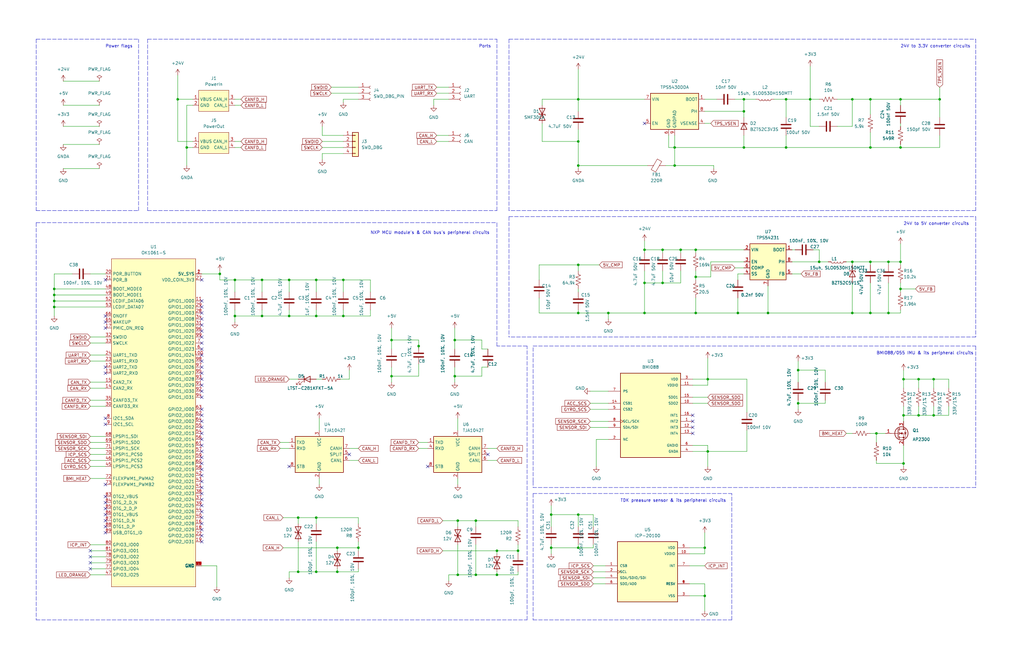
<source format=kicad_sch>
(kicad_sch (version 20211123) (generator eeschema)
  (paper "B")
  (junction (at 133.35 133.35))
  (junction (at 379.73 41.91))
  (junction (at 311.15 132.08))
  (junction (at 78.74 62.23))
  (junction (at 393.7 175.26))
  (junction (at 271.78 105.41))
  (junction (at 367.03 62.23))
  (junction (at 22.86 127))
  (junction (at 200.66 219.71))
  (junction (at 243.84 111.76))
  (junction (at 279.4 105.41))
  (junction (at 243.84 69.85))
  (junction (at 293.37 105.41))
  (junction (at 297.18 231.14))
  (junction (at 133.35 218.44))
  (junction (at 99.06 133.35))
  (junction (at 359.41 132.08))
  (junction (at 200.66 242.57))
  (junction (at 381 175.26))
  (junction (at 313.69 41.91))
  (junction (at 369.57 182.88))
  (junction (at 142.24 241.3))
  (junction (at 396.24 41.91))
  (junction (at 379.73 62.23))
  (junction (at 359.41 41.91))
  (junction (at 284.48 69.85))
  (junction (at 256.54 132.08))
  (junction (at 367.03 41.91))
  (junction (at 121.92 133.35))
  (junction (at 92.71 115.57))
  (junction (at 243.84 41.91))
  (junction (at 232.41 231.14))
  (junction (at 125.73 241.3))
  (junction (at 99.06 118.11))
  (junction (at 387.35 160.02))
  (junction (at 279.4 119.38))
  (junction (at 243.84 231.14))
  (junction (at 379.73 121.92))
  (junction (at 341.63 41.91))
  (junction (at 144.78 118.11))
  (junction (at 165.1 143.51))
  (junction (at 367.03 132.08))
  (junction (at 298.45 190.5))
  (junction (at 271.78 119.38))
  (junction (at 176.53 146.05))
  (junction (at 133.35 241.3))
  (junction (at 151.13 231.14))
  (junction (at 193.04 242.57))
  (junction (at 374.65 110.49))
  (junction (at 298.45 160.02))
  (junction (at 374.65 132.08))
  (junction (at 381 195.58))
  (junction (at 22.86 121.92))
  (junction (at 144.78 133.35))
  (junction (at 359.41 110.49))
  (junction (at 22.86 124.46))
  (junction (at 243.84 132.08))
  (junction (at 191.77 143.51))
  (junction (at 110.49 118.11))
  (junction (at 121.92 118.11))
  (junction (at 284.48 62.23))
  (junction (at 271.78 132.08))
  (junction (at 191.77 158.75))
  (junction (at 336.55 170.18))
  (junction (at 381 160.02))
  (junction (at 387.35 175.26))
  (junction (at 336.55 156.21))
  (junction (at 232.41 217.17))
  (junction (at 313.69 62.23))
  (junction (at 22.86 129.54))
  (junction (at 243.84 217.17))
  (junction (at 293.37 116.84))
  (junction (at 218.44 232.41))
  (junction (at 331.47 62.23))
  (junction (at 331.47 41.91))
  (junction (at 142.24 231.14))
  (junction (at 313.69 46.99))
  (junction (at 287.02 105.41))
  (junction (at 293.37 132.08))
  (junction (at 110.49 133.35))
  (junction (at 345.44 110.49))
  (junction (at 393.7 160.02))
  (junction (at 243.84 59.69))
  (junction (at 125.73 218.44))
  (junction (at 165.1 158.75))
  (junction (at 209.55 232.41))
  (junction (at 74.93 41.91))
  (junction (at 209.55 242.57))
  (junction (at 193.04 219.71))
  (junction (at 367.03 110.49))
  (junction (at 297.18 251.46))
  (junction (at 133.35 118.11))
  (junction (at 379.73 110.49))
  (junction (at 323.85 132.08))
  (no_connect (at 85.09 177.8))
  (no_connect (at 85.09 142.24))
  (no_connect (at 180.34 196.85))
  (no_connect (at 121.92 196.85))
  (no_connect (at 85.09 157.48))
  (no_connect (at 85.09 129.54))
  (no_connect (at 85.09 218.44))
  (no_connect (at 85.09 144.78))
  (no_connect (at 85.09 215.9))
  (no_connect (at 85.09 139.7))
  (no_connect (at 85.09 203.2))
  (no_connect (at 205.74 191.77))
  (no_connect (at 147.32 191.77))
  (no_connect (at 44.45 212.09))
  (no_connect (at 44.45 214.63))
  (no_connect (at 44.45 209.55))
  (no_connect (at 44.45 224.79))
  (no_connect (at 44.45 219.71))
  (no_connect (at 44.45 217.17))
  (no_connect (at 44.45 222.25))
  (no_connect (at 44.45 179.07))
  (no_connect (at 44.45 176.53))
  (no_connect (at 44.45 154.94))
  (no_connect (at 44.45 157.48))
  (no_connect (at 85.09 172.72))
  (no_connect (at 85.09 132.08))
  (no_connect (at 85.09 154.94))
  (no_connect (at 85.09 182.88))
  (no_connect (at 85.09 213.36))
  (no_connect (at 85.09 208.28))
  (no_connect (at 85.09 193.04))
  (no_connect (at 85.09 160.02))
  (no_connect (at 85.09 185.42))
  (no_connect (at 85.09 175.26))
  (no_connect (at 85.09 149.86))
  (no_connect (at 85.09 226.06))
  (no_connect (at 85.09 167.64))
  (no_connect (at 85.09 152.4))
  (no_connect (at 85.09 118.11))
  (no_connect (at 85.09 220.98))
  (no_connect (at 85.09 134.62))
  (no_connect (at 85.09 223.52))
  (no_connect (at 85.09 200.66))
  (no_connect (at 85.09 187.96))
  (no_connect (at 85.09 228.6))
  (no_connect (at 44.45 204.47))
  (no_connect (at 85.09 180.34))
  (no_connect (at 85.09 198.12))
  (no_connect (at 44.45 133.35))
  (no_connect (at 44.45 138.43))
  (no_connect (at 44.45 135.89))
  (no_connect (at 44.45 118.11))
  (no_connect (at 85.09 195.58))
  (no_connect (at 85.09 210.82))
  (no_connect (at 85.09 165.1))
  (no_connect (at 85.09 147.32))
  (no_connect (at 85.09 190.5))
  (no_connect (at 85.09 137.16))
  (no_connect (at 85.09 205.74))
  (no_connect (at 38.1 232.41))
  (no_connect (at 38.1 234.95))
  (no_connect (at 38.1 237.49))
  (no_connect (at 38.1 240.03))
  (no_connect (at 85.09 162.56))
  (no_connect (at 292.1 175.26))
  (no_connect (at 292.1 177.8))
  (no_connect (at 292.1 180.34))
  (no_connect (at 292.1 182.88))
  (no_connect (at 85.09 127))
  (no_connect (at 271.78 52.07))
  (wire (pts (xy 297.18 46.99) (xy 313.69 46.99)))
  (polyline (pts (xy 411.48 146.05) (xy 411.48 205.74)))
  (wire (pts (xy 311.15 115.57) (xy 311.15 118.11)))
  (wire (pts (xy 144.78 41.91) (xy 144.78 43.18)))
  (wire (pts (xy 243.84 69.85) (xy 273.05 69.85)))
  (wire (pts (xy 314.96 181.61) (xy 314.96 190.5)))
  (polyline (pts (xy 62.23 16.51) (xy 62.23 88.9)))
  (wire (pts (xy 336.55 156.21) (xy 336.55 161.29)))
  (wire (pts (xy 26.67 53.34) (xy 41.91 53.34)))
  (wire (pts (xy 381 175.26) (xy 381 177.8)))
  (wire (pts (xy 134.62 201.93) (xy 134.62 204.47)))
  (wire (pts (xy 139.7 36.83) (xy 151.13 36.83)))
  (wire (pts (xy 393.7 160.02) (xy 400.05 160.02)))
  (wire (pts (xy 374.65 110.49) (xy 374.65 111.76)))
  (wire (pts (xy 209.55 232.41) (xy 209.55 233.68)))
  (wire (pts (xy 250.19 217.17) (xy 250.19 222.25)))
  (wire (pts (xy 367.03 132.08) (xy 367.03 119.38)))
  (wire (pts (xy 26.67 44.45) (xy 41.91 44.45)))
  (wire (pts (xy 359.41 41.91) (xy 353.06 41.91)))
  (wire (pts (xy 326.39 41.91) (xy 331.47 41.91)))
  (wire (pts (xy 142.24 241.3) (xy 133.35 241.3)))
  (wire (pts (xy 298.45 151.13) (xy 298.45 160.02)))
  (wire (pts (xy 345.44 53.34) (xy 341.63 53.34)))
  (wire (pts (xy 251.46 185.42) (xy 251.46 196.85)))
  (wire (pts (xy 311.15 132.08) (xy 323.85 132.08)))
  (wire (pts (xy 341.63 53.34) (xy 341.63 41.91)))
  (wire (pts (xy 396.24 57.15) (xy 396.24 62.23)))
  (wire (pts (xy 293.37 105.41) (xy 287.02 105.41)))
  (wire (pts (xy 184.15 59.69) (xy 189.23 59.69)))
  (wire (pts (xy 379.73 132.08) (xy 374.65 132.08)))
  (wire (pts (xy 38.1 196.85) (xy 44.45 196.85)))
  (wire (pts (xy 78.74 62.23) (xy 78.74 44.45)))
  (wire (pts (xy 336.55 168.91) (xy 336.55 170.18)))
  (wire (pts (xy 22.86 127) (xy 22.86 129.54)))
  (wire (pts (xy 347.98 168.91) (xy 347.98 170.18)))
  (polyline (pts (xy 222.25 146.05) (xy 209.55 146.05)))
  (polyline (pts (xy 411.48 16.51) (xy 411.48 88.9)))
  (wire (pts (xy 184.15 39.37) (xy 189.23 39.37)))
  (wire (pts (xy 250.19 246.38) (xy 255.27 246.38)))
  (wire (pts (xy 256.54 132.08) (xy 256.54 134.62)))
  (wire (pts (xy 176.53 186.69) (xy 180.34 186.69)))
  (wire (pts (xy 313.69 115.57) (xy 311.15 115.57)))
  (wire (pts (xy 243.84 130.81) (xy 243.84 132.08)))
  (wire (pts (xy 367.03 55.88) (xy 367.03 62.23)))
  (wire (pts (xy 133.35 218.44) (xy 151.13 218.44)))
  (polyline (pts (xy 214.63 16.51) (xy 214.63 88.9)))
  (wire (pts (xy 367.03 62.23) (xy 379.73 62.23)))
  (wire (pts (xy 341.63 41.91) (xy 345.44 41.91)))
  (wire (pts (xy 379.73 121.92) (xy 386.08 121.92)))
  (wire (pts (xy 218.44 232.41) (xy 209.55 232.41)))
  (wire (pts (xy 243.84 59.69) (xy 243.84 69.85)))
  (wire (pts (xy 38.1 142.24) (xy 44.45 142.24)))
  (wire (pts (xy 193.04 222.25) (xy 193.04 219.71)))
  (wire (pts (xy 22.86 129.54) (xy 22.86 133.35)))
  (wire (pts (xy 396.24 41.91) (xy 396.24 49.53)))
  (wire (pts (xy 243.84 29.21) (xy 243.84 41.91)))
  (wire (pts (xy 243.84 217.17) (xy 243.84 222.25)))
  (wire (pts (xy 38.1 161.29) (xy 44.45 161.29)))
  (wire (pts (xy 191.77 143.51) (xy 191.77 147.32)))
  (wire (pts (xy 379.73 110.49) (xy 379.73 111.76)))
  (wire (pts (xy 369.57 194.31) (xy 369.57 195.58)))
  (wire (pts (xy 91.44 238.76) (xy 85.09 238.76)))
  (wire (pts (xy 189.23 242.57) (xy 189.23 245.11)))
  (wire (pts (xy 281.94 62.23) (xy 284.48 62.23)))
  (wire (pts (xy 121.92 118.11) (xy 133.35 118.11)))
  (wire (pts (xy 243.84 111.76) (xy 227.33 111.76)))
  (wire (pts (xy 387.35 171.45) (xy 387.35 175.26)))
  (wire (pts (xy 151.13 228.6) (xy 151.13 231.14)))
  (wire (pts (xy 38.1 240.03) (xy 44.45 240.03)))
  (wire (pts (xy 381 171.45) (xy 381 175.26)))
  (wire (pts (xy 297.18 251.46) (xy 297.18 257.81)))
  (wire (pts (xy 191.77 138.43) (xy 191.77 143.51)))
  (wire (pts (xy 298.45 162.56) (xy 298.45 160.02)))
  (wire (pts (xy 147.32 194.31) (xy 151.13 194.31)))
  (wire (pts (xy 38.1 229.87) (xy 44.45 229.87)))
  (wire (pts (xy 38.1 149.86) (xy 44.45 149.86)))
  (wire (pts (xy 313.69 110.49) (xy 299.72 110.49)))
  (wire (pts (xy 125.73 218.44) (xy 133.35 218.44)))
  (wire (pts (xy 38.1 191.77) (xy 44.45 191.77)))
  (wire (pts (xy 369.57 182.88) (xy 369.57 186.69)))
  (wire (pts (xy 243.84 41.91) (xy 228.6 41.91)))
  (wire (pts (xy 336.55 152.4) (xy 336.55 156.21)))
  (wire (pts (xy 78.74 62.23) (xy 78.74 69.85)))
  (wire (pts (xy 38.1 171.45) (xy 44.45 171.45)))
  (wire (pts (xy 144.78 64.77) (xy 135.89 64.77)))
  (wire (pts (xy 400.05 171.45) (xy 400.05 175.26)))
  (wire (pts (xy 323.85 132.08) (xy 359.41 132.08)))
  (wire (pts (xy 311.15 132.08) (xy 293.37 132.08)))
  (wire (pts (xy 144.78 118.11) (xy 156.21 118.11)))
  (wire (pts (xy 248.92 170.18) (xy 256.54 170.18)))
  (wire (pts (xy 292.1 162.56) (xy 298.45 162.56)))
  (wire (pts (xy 298.45 160.02) (xy 292.1 160.02)))
  (wire (pts (xy 156.21 118.11) (xy 156.21 123.19)))
  (wire (pts (xy 293.37 116.84) (xy 293.37 118.11)))
  (wire (pts (xy 38.1 115.57) (xy 44.45 115.57)))
  (wire (pts (xy 379.73 41.91) (xy 367.03 41.91)))
  (wire (pts (xy 252.73 111.76) (xy 243.84 111.76)))
  (wire (pts (xy 118.11 189.23) (xy 121.92 189.23)))
  (wire (pts (xy 271.78 106.68) (xy 271.78 105.41)))
  (wire (pts (xy 110.49 133.35) (xy 121.92 133.35)))
  (polyline (pts (xy 15.24 93.98) (xy 209.55 93.98)))
  (wire (pts (xy 92.71 118.11) (xy 99.06 118.11)))
  (wire (pts (xy 92.71 114.3) (xy 92.71 115.57)))
  (polyline (pts (xy 58.42 88.9) (xy 58.42 16.51)))
  (wire (pts (xy 298.45 187.96) (xy 298.45 190.5)))
  (wire (pts (xy 323.85 120.65) (xy 323.85 132.08)))
  (wire (pts (xy 144.78 133.35) (xy 156.21 133.35)))
  (wire (pts (xy 297.18 224.79) (xy 297.18 231.14)))
  (wire (pts (xy 336.55 170.18) (xy 336.55 172.72)))
  (wire (pts (xy 110.49 118.11) (xy 121.92 118.11)))
  (wire (pts (xy 250.19 238.76) (xy 255.27 238.76)))
  (wire (pts (xy 38.1 242.57) (xy 44.45 242.57)))
  (wire (pts (xy 121.92 118.11) (xy 121.92 123.19)))
  (polyline (pts (xy 15.24 16.51) (xy 58.42 16.51)))
  (wire (pts (xy 284.48 69.85) (xy 300.99 69.85)))
  (wire (pts (xy 381 195.58) (xy 381 196.85)))
  (wire (pts (xy 156.21 133.35) (xy 156.21 130.81)))
  (wire (pts (xy 331.47 62.23) (xy 367.03 62.23)))
  (wire (pts (xy 209.55 241.3) (xy 209.55 242.57)))
  (wire (pts (xy 299.72 116.84) (xy 293.37 116.84)))
  (wire (pts (xy 313.69 41.91) (xy 318.77 41.91)))
  (wire (pts (xy 74.93 31.75) (xy 74.93 41.91)))
  (wire (pts (xy 342.9 105.41) (xy 345.44 105.41)))
  (wire (pts (xy 176.53 143.51) (xy 165.1 143.51)))
  (wire (pts (xy 91.44 247.65) (xy 91.44 238.76)))
  (wire (pts (xy 287.02 114.3) (xy 287.02 119.38)))
  (wire (pts (xy 379.73 130.81) (xy 379.73 132.08)))
  (wire (pts (xy 356.87 182.88) (xy 359.41 182.88)))
  (wire (pts (xy 400.05 175.26) (xy 393.7 175.26)))
  (wire (pts (xy 379.73 52.07) (xy 379.73 53.34)))
  (wire (pts (xy 119.38 231.14) (xy 142.24 231.14)))
  (wire (pts (xy 367.03 41.91) (xy 359.41 41.91)))
  (wire (pts (xy 309.88 113.03) (xy 313.69 113.03)))
  (wire (pts (xy 203.2 147.32) (xy 205.74 147.32)))
  (wire (pts (xy 347.98 156.21) (xy 347.98 161.29)))
  (wire (pts (xy 200.66 242.57) (xy 193.04 242.57)))
  (wire (pts (xy 367.03 182.88) (xy 369.57 182.88)))
  (wire (pts (xy 200.66 229.87) (xy 200.66 242.57)))
  (wire (pts (xy 165.1 138.43) (xy 165.1 143.51)))
  (wire (pts (xy 99.06 130.81) (xy 99.06 133.35)))
  (wire (pts (xy 287.02 105.41) (xy 287.02 106.68)))
  (polyline (pts (xy 411.48 205.74) (xy 224.79 205.74)))
  (wire (pts (xy 99.06 44.45) (xy 101.6 44.45)))
  (wire (pts (xy 369.57 182.88) (xy 373.38 182.88)))
  (polyline (pts (xy 15.24 261.62) (xy 222.25 261.62)))
  (wire (pts (xy 393.7 171.45) (xy 393.7 175.26)))
  (wire (pts (xy 243.84 121.92) (xy 243.84 123.19)))
  (wire (pts (xy 193.04 176.53) (xy 193.04 181.61)))
  (wire (pts (xy 184.15 57.15) (xy 189.23 57.15)))
  (wire (pts (xy 144.78 133.35) (xy 144.78 130.81)))
  (wire (pts (xy 147.32 156.21) (xy 147.32 160.02)))
  (wire (pts (xy 38.1 237.49) (xy 44.45 237.49)))
  (wire (pts (xy 134.62 176.53) (xy 134.62 181.61)))
  (wire (pts (xy 359.41 132.08) (xy 367.03 132.08)))
  (wire (pts (xy 38.1 201.93) (xy 44.45 201.93)))
  (wire (pts (xy 218.44 232.41) (xy 218.44 233.68)))
  (wire (pts (xy 228.6 52.07) (xy 228.6 59.69)))
  (polyline (pts (xy 222.25 261.62) (xy 222.25 146.05)))
  (wire (pts (xy 218.44 219.71) (xy 218.44 222.25)))
  (wire (pts (xy 133.35 218.44) (xy 133.35 220.98)))
  (wire (pts (xy 193.04 229.87) (xy 193.04 242.57)))
  (polyline (pts (xy 209.55 88.9) (xy 209.55 16.51)))
  (wire (pts (xy 293.37 132.08) (xy 271.78 132.08)))
  (wire (pts (xy 374.65 132.08) (xy 367.03 132.08)))
  (wire (pts (xy 284.48 62.23) (xy 284.48 69.85)))
  (wire (pts (xy 74.93 41.91) (xy 74.93 59.69)))
  (wire (pts (xy 290.83 246.38) (xy 297.18 246.38)))
  (wire (pts (xy 287.02 119.38) (xy 279.4 119.38)))
  (wire (pts (xy 313.69 105.41) (xy 293.37 105.41)))
  (wire (pts (xy 74.93 59.69) (xy 81.28 59.69)))
  (wire (pts (xy 133.35 228.6) (xy 133.35 241.3)))
  (wire (pts (xy 125.73 241.3) (xy 121.92 241.3)))
  (wire (pts (xy 99.06 62.23) (xy 101.6 62.23)))
  (wire (pts (xy 379.73 41.91) (xy 379.73 44.45)))
  (wire (pts (xy 379.73 121.92) (xy 379.73 123.19)))
  (wire (pts (xy 38.1 168.91) (xy 44.45 168.91)))
  (wire (pts (xy 367.03 110.49) (xy 367.03 111.76)))
  (wire (pts (xy 99.06 133.35) (xy 110.49 133.35)))
  (wire (pts (xy 292.1 170.18) (xy 298.45 170.18)))
  (wire (pts (xy 336.55 156.21) (xy 347.98 156.21)))
  (wire (pts (xy 205.74 189.23) (xy 209.55 189.23)))
  (wire (pts (xy 78.74 62.23) (xy 81.28 62.23)))
  (wire (pts (xy 248.92 177.8) (xy 256.54 177.8)))
  (wire (pts (xy 165.1 154.94) (xy 165.1 158.75)))
  (wire (pts (xy 271.78 119.38) (xy 271.78 132.08)))
  (wire (pts (xy 300.99 69.85) (xy 300.99 71.12)))
  (wire (pts (xy 313.69 46.99) (xy 313.69 49.53)))
  (wire (pts (xy 359.41 53.34) (xy 359.41 41.91)))
  (wire (pts (xy 121.92 133.35) (xy 121.92 130.81)))
  (wire (pts (xy 299.72 110.49) (xy 299.72 116.84)))
  (wire (pts (xy 99.06 118.11) (xy 110.49 118.11)))
  (wire (pts (xy 374.65 119.38) (xy 374.65 132.08)))
  (wire (pts (xy 250.19 231.14) (xy 243.84 231.14)))
  (wire (pts (xy 74.93 41.91) (xy 81.28 41.91)))
  (wire (pts (xy 379.73 62.23) (xy 396.24 62.23)))
  (polyline (pts (xy 15.24 93.98) (xy 15.24 261.62)))
  (wire (pts (xy 248.92 172.72) (xy 256.54 172.72)))
  (wire (pts (xy 341.63 27.94) (xy 341.63 41.91)))
  (wire (pts (xy 279.4 114.3) (xy 279.4 119.38)))
  (wire (pts (xy 396.24 41.91) (xy 396.24 36.83)))
  (wire (pts (xy 121.92 160.02) (xy 125.73 160.02)))
  (wire (pts (xy 193.04 219.71) (xy 186.69 219.71)))
  (wire (pts (xy 271.78 132.08) (xy 256.54 132.08)))
  (wire (pts (xy 334.01 110.49) (xy 345.44 110.49)))
  (wire (pts (xy 374.65 110.49) (xy 379.73 110.49)))
  (wire (pts (xy 165.1 143.51) (xy 165.1 147.32)))
  (wire (pts (xy 135.89 59.69) (xy 144.78 59.69)))
  (wire (pts (xy 393.7 160.02) (xy 387.35 160.02)))
  (wire (pts (xy 209.55 242.57) (xy 200.66 242.57)))
  (wire (pts (xy 290.83 251.46) (xy 297.18 251.46)))
  (wire (pts (xy 191.77 154.94) (xy 191.77 158.75)))
  (wire (pts (xy 22.86 121.92) (xy 22.86 124.46)))
  (wire (pts (xy 243.84 46.99) (xy 243.84 41.91)))
  (wire (pts (xy 99.06 59.69) (xy 101.6 59.69)))
  (wire (pts (xy 209.55 242.57) (xy 218.44 242.57)))
  (wire (pts (xy 381 156.21) (xy 381 160.02)))
  (wire (pts (xy 243.84 69.85) (xy 243.84 71.12)))
  (wire (pts (xy 22.86 121.92) (xy 44.45 121.92)))
  (wire (pts (xy 293.37 114.3) (xy 293.37 116.84)))
  (wire (pts (xy 22.86 115.57) (xy 30.48 115.57)))
  (wire (pts (xy 359.41 110.49) (xy 367.03 110.49)))
  (wire (pts (xy 135.89 57.15) (xy 135.89 53.34)))
  (polyline (pts (xy 209.55 146.05) (xy 209.55 93.98)))
  (wire (pts (xy 293.37 105.41) (xy 293.37 106.68)))
  (wire (pts (xy 271.78 105.41) (xy 279.4 105.41)))
  (wire (pts (xy 284.48 62.23) (xy 313.69 62.23)))
  (wire (pts (xy 22.86 124.46) (xy 44.45 124.46)))
  (wire (pts (xy 379.73 102.87) (xy 379.73 110.49)))
  (wire (pts (xy 38.1 186.69) (xy 44.45 186.69)))
  (wire (pts (xy 218.44 229.87) (xy 218.44 232.41)))
  (wire (pts (xy 353.06 53.34) (xy 359.41 53.34)))
  (wire (pts (xy 400.05 160.02) (xy 400.05 163.83)))
  (wire (pts (xy 176.53 189.23) (xy 180.34 189.23)))
  (wire (pts (xy 26.67 60.96) (xy 41.91 60.96)))
  (polyline (pts (xy 224.79 203.2) (xy 224.79 146.05)))
  (wire (pts (xy 271.78 101.6) (xy 271.78 105.41)))
  (wire (pts (xy 22.86 127) (xy 44.45 127)))
  (wire (pts (xy 379.73 60.96) (xy 379.73 62.23)))
  (wire (pts (xy 203.2 143.51) (xy 191.77 143.51)))
  (wire (pts (xy 367.03 41.91) (xy 367.03 48.26)))
  (wire (pts (xy 135.89 62.23) (xy 144.78 62.23)))
  (wire (pts (xy 133.35 133.35) (xy 133.35 130.81)))
  (wire (pts (xy 125.73 228.6) (xy 125.73 241.3)))
  (wire (pts (xy 99.06 133.35) (xy 99.06 135.89)))
  (wire (pts (xy 200.66 219.71) (xy 200.66 222.25)))
  (wire (pts (xy 292.1 190.5) (xy 298.45 190.5)))
  (wire (pts (xy 281.94 57.15) (xy 281.94 62.23)))
  (wire (pts (xy 144.78 57.15) (xy 135.89 57.15)))
  (wire (pts (xy 290.83 233.68) (xy 297.18 233.68)))
  (wire (pts (xy 314.96 160.02) (xy 314.96 173.99)))
  (wire (pts (xy 356.87 110.49) (xy 359.41 110.49)))
  (wire (pts (xy 203.2 158.75) (xy 191.77 158.75)))
  (polyline (pts (xy 411.48 88.9) (xy 214.63 88.9)))
  (wire (pts (xy 381 160.02) (xy 381 163.83)))
  (wire (pts (xy 135.89 64.77) (xy 135.89 67.31)))
  (wire (pts (xy 345.44 110.49) (xy 349.25 110.49)))
  (polyline (pts (xy 15.24 88.9) (xy 58.42 88.9)))
  (polyline (pts (xy 308.61 261.62) (xy 308.61 208.28)))
  (wire (pts (xy 243.84 217.17) (xy 250.19 217.17)))
  (wire (pts (xy 248.92 165.1) (xy 256.54 165.1)))
  (wire (pts (xy 292.1 167.64) (xy 298.45 167.64)))
  (wire (pts (xy 142.24 231.14) (xy 142.24 232.41)))
  (wire (pts (xy 151.13 240.03) (xy 151.13 241.3)))
  (wire (pts (xy 203.2 154.94) (xy 205.74 154.94)))
  (wire (pts (xy 38.1 163.83) (xy 44.45 163.83)))
  (polyline (pts (xy 214.63 91.44) (xy 411.48 91.44)))
  (polyline (pts (xy 411.48 91.44) (xy 411.48 142.24)))
  (polyline (pts (xy 224.79 203.2) (xy 224.79 205.74)))
  (wire (pts (xy 151.13 231.14) (xy 151.13 232.41)))
  (wire (pts (xy 243.84 231.14) (xy 232.41 231.14)))
  (wire (pts (xy 331.47 62.23) (xy 313.69 62.23)))
  (wire (pts (xy 250.19 243.84) (xy 255.27 243.84)))
  (polyline (pts (xy 411.48 142.24) (xy 214.63 142.24)))
  (wire (pts (xy 38.1 184.15) (xy 44.45 184.15)))
  (wire (pts (xy 379.73 119.38) (xy 379.73 121.92)))
  (wire (pts (xy 232.41 217.17) (xy 243.84 217.17)))
  (polyline (pts (xy 224.79 208.28) (xy 224.79 261.62)))
  (wire (pts (xy 334.01 105.41) (xy 335.28 105.41)))
  (wire (pts (xy 381 175.26) (xy 387.35 175.26)))
  (wire (pts (xy 176.53 147.32) (xy 176.53 146.05)))
  (wire (pts (xy 133.35 118.11) (xy 144.78 118.11)))
  (wire (pts (xy 313.69 46.99) (xy 313.69 41.91)))
  (wire (pts (xy 176.53 153.67) (xy 176.53 158.75)))
  (wire (pts (xy 243.84 132.08) (xy 256.54 132.08)))
  (polyline (pts (xy 224.79 261.62) (xy 308.61 261.62)))
  (wire (pts (xy 298.45 190.5) (xy 298.45 196.85)))
  (wire (pts (xy 191.77 158.75) (xy 191.77 161.29)))
  (wire (pts (xy 243.84 132.08) (xy 227.33 132.08)))
  (wire (pts (xy 110.49 118.11) (xy 110.49 123.19)))
  (wire (pts (xy 334.01 115.57) (xy 337.82 115.57)))
  (wire (pts (xy 200.66 219.71) (xy 218.44 219.71)))
  (wire (pts (xy 367.03 110.49) (xy 374.65 110.49)))
  (wire (pts (xy 387.35 160.02) (xy 381 160.02)))
  (wire (pts (xy 311.15 125.73) (xy 311.15 132.08)))
  (wire (pts (xy 309.88 41.91) (xy 313.69 41.91)))
  (polyline (pts (xy 224.79 208.28) (xy 308.61 208.28)))
  (wire (pts (xy 248.92 180.34) (xy 256.54 180.34)))
  (wire (pts (xy 186.69 232.41) (xy 209.55 232.41)))
  (wire (pts (xy 331.47 41.91) (xy 331.47 49.53)))
  (wire (pts (xy 38.1 152.4) (xy 44.45 152.4)))
  (wire (pts (xy 279.4 106.68) (xy 279.4 105.41)))
  (wire (pts (xy 193.04 242.57) (xy 189.23 242.57)))
  (wire (pts (xy 243.84 54.61) (xy 243.84 59.69)))
  (wire (pts (xy 381 187.96) (xy 381 195.58)))
  (wire (pts (xy 393.7 163.83) (xy 393.7 160.02)))
  (wire (pts (xy 345.44 105.41) (xy 345.44 110.49)))
  (wire (pts (xy 243.84 229.87) (xy 243.84 231.14)))
  (wire (pts (xy 85.09 115.57) (xy 92.71 115.57)))
  (wire (pts (xy 290.83 238.76) (xy 297.18 238.76)))
  (wire (pts (xy 133.35 160.02) (xy 135.89 160.02)))
  (wire (pts (xy 38.1 194.31) (xy 44.45 194.31)))
  (wire (pts (xy 182.88 41.91) (xy 182.88 44.45)))
  (wire (pts (xy 232.41 217.17) (xy 232.41 222.25)))
  (wire (pts (xy 38.1 144.78) (xy 44.45 144.78)))
  (wire (pts (xy 297.18 233.68) (xy 297.18 231.14)))
  (wire (pts (xy 133.35 241.3) (xy 125.73 241.3)))
  (wire (pts (xy 38.1 232.41) (xy 44.45 232.41)))
  (wire (pts (xy 297.18 246.38) (xy 297.18 251.46)))
  (wire (pts (xy 298.45 160.02) (xy 314.96 160.02)))
  (wire (pts (xy 297.18 41.91) (xy 302.26 41.91)))
  (wire (pts (xy 359.41 110.49) (xy 359.41 111.76)))
  (wire (pts (xy 118.11 186.69) (xy 121.92 186.69)))
  (wire (pts (xy 125.73 218.44) (xy 119.38 218.44)))
  (wire (pts (xy 393.7 175.26) (xy 387.35 175.26)))
  (wire (pts (xy 133.35 133.35) (xy 144.78 133.35)))
  (wire (pts (xy 176.53 146.05) (xy 176.53 143.51)))
  (wire (pts (xy 142.24 241.3) (xy 151.13 241.3)))
  (wire (pts (xy 121.92 241.3) (xy 121.92 243.84)))
  (wire (pts (xy 78.74 44.45) (xy 81.28 44.45)))
  (wire (pts (xy 121.92 133.35) (xy 133.35 133.35)))
  (wire (pts (xy 297.18 52.07) (xy 299.72 52.07)))
  (polyline (pts (xy 62.23 88.9) (xy 209.55 88.9)))
  (wire (pts (xy 271.78 114.3) (xy 271.78 119.38)))
  (wire (pts (xy 243.84 41.91) (xy 271.78 41.91)))
  (polyline (pts (xy 214.63 16.51) (xy 411.48 16.51)))
  (wire (pts (xy 26.67 34.29) (xy 41.91 34.29)))
  (wire (pts (xy 284.48 57.15) (xy 284.48 62.23)))
  (wire (pts (xy 22.86 124.46) (xy 22.86 127)))
  (wire (pts (xy 165.1 158.75) (xy 165.1 161.29)))
  (wire (pts (xy 205.74 194.31) (xy 209.55 194.31)))
  (wire (pts (xy 147.32 189.23) (xy 151.13 189.23)))
  (wire (pts (xy 110.49 133.35) (xy 110.49 130.81)))
  (polyline (pts (xy 214.63 91.44) (xy 214.63 142.24)))
  (polyline (pts (xy 15.24 16.51) (xy 15.24 88.9)))
  (wire (pts (xy 193.04 201.93) (xy 193.04 204.47)))
  (wire (pts (xy 139.7 39.37) (xy 151.13 39.37)))
  (polyline (pts (xy 62.23 16.51) (xy 209.55 16.51)))
  (wire (pts (xy 99.06 41.91) (xy 101.6 41.91)))
  (wire (pts (xy 347.98 170.18) (xy 336.55 170.18)))
  (wire (pts (xy 341.63 41.91) (xy 331.47 41.91)))
  (wire (pts (xy 331.47 57.15) (xy 331.47 62.23)))
  (wire (pts (xy 250.19 241.3) (xy 255.27 241.3)))
  (wire (pts (xy 203.2 147.32) (xy 203.2 143.51)))
  (wire (pts (xy 227.33 111.76) (xy 227.33 118.11)))
  (wire (pts (xy 396.24 41.91) (xy 379.73 41.91)))
  (wire (pts (xy 297.18 231.14) (xy 290.83 231.14)))
  (wire (pts (xy 22.86 115.57) (xy 22.86 121.92)))
  (wire (pts (xy 151.13 218.44) (xy 151.13 220.98)))
  (wire (pts (xy 314.96 190.5) (xy 298.45 190.5)))
  (wire (pts (xy 232.41 229.87) (xy 232.41 231.14)))
  (wire (pts (xy 243.84 111.76) (xy 243.84 114.3)))
  (wire (pts (xy 143.51 160.02) (xy 147.32 160.02)))
  (wire (pts (xy 189.23 41.91) (xy 182.88 41.91)))
  (wire (pts (xy 292.1 187.96) (xy 298.45 187.96)))
  (wire (pts (xy 228.6 59.69) (xy 243.84 59.69)))
  (wire (pts (xy 203.2 154.94) (xy 203.2 158.75)))
  (wire (pts (xy 279.4 105.41) (xy 287.02 105.41)))
  (wire (pts (xy 99.06 118.11) (xy 99.06 123.19)))
  (wire (pts (xy 184.15 36.83) (xy 189.23 36.83)))
  (wire (pts (xy 387.35 160.02) (xy 387.35 163.83)))
  (wire (pts (xy 369.57 195.58) (xy 381 195.58)))
  (wire (pts (xy 279.4 119.38) (xy 271.78 119.38)))
  (wire (pts (xy 280.67 69.85) (xy 284.48 69.85)))
  (wire (pts (xy 227.33 125.73) (xy 227.33 132.08)))
  (wire (pts (xy 218.44 241.3) (xy 218.44 242.57)))
  (polyline (pts (xy 224.79 146.05) (xy 411.48 146.05)))
  (wire (pts (xy 38.1 189.23) (xy 44.45 189.23)))
  (wire (pts (xy 176.53 158.75) (xy 165.1 158.75)))
  (wire (pts (xy 359.41 132.08) (xy 359.41 119.38)))
  (wire (pts (xy 293.37 125.73) (xy 293.37 132.08)))
  (wire (pts (xy 38.1 234.95) (xy 44.45 234.95)))
  (wire (pts (xy 92.71 115.57) (xy 92.71 118.11)))
  (wire (pts (xy 151.13 231.14) (xy 142.24 231.14)))
  (wire (pts (xy 232.41 213.36) (xy 232.41 217.17)))
  (wire (pts (xy 151.13 41.91) (xy 144.78 41.91)))
  (wire (pts (xy 133.35 118.11) (xy 133.35 123.19)))
  (wire (pts (xy 256.54 185.42) (xy 251.46 185.42)))
  (wire (pts (xy 313.69 57.15) (xy 313.69 62.23)))
  (wire (pts (xy 193.04 219.71) (xy 200.66 219.71)))
  (wire (pts (xy 250.19 229.87) (xy 250.19 231.14)))
  (wire (pts (xy 144.78 118.11) (xy 144.78 123.19)))
  (wire (pts (xy 232.41 231.14) (xy 232.41 233.68)))
  (wire (pts (xy 125.73 220.98) (xy 125.73 218.44)))
  (wire (pts (xy 22.86 129.54) (xy 44.45 129.54)))
  (wire (pts (xy 228.6 41.91) (xy 228.6 44.45)))
  (wire (pts (xy 26.67 71.12) (xy 41.91 71.12)))
  (wire (pts (xy 142.24 240.03) (xy 142.24 241.3)))
  (text "BMI088/055 IMU & its peripheral circuits" (at 369.57 149.86 0) (effects (font (size 1.27 1.27)) (justify left bottom)))
  (text "TDK preasure sensor & its peripheral circuits" (at 261.62 212.09 0) (effects (font (size 1.27 1.27)) (justify left bottom)))
  (text "Ports\n" (at 201.93 20.32 0) (effects (font (size 1.27 1.27)) (justify left bottom)))
  (text "24V to 5V converter circuits\n" (at 381 95.25 0) (effects (font (size 1.27 1.27)) (justify left bottom)))
  (text "NXP MCU module's & CAN bus's peripheral circuits" (at 156.21 99.06 0) (effects (font (size 1.27 1.27)) (justify left bottom)))
  (text "Power flags\n" (at 44.45 20.32 0) (effects (font (size 1.27 1.27)) (justify left bottom)))
  (text "24V to 3.3V converter circuits\n" (at 379.73 20.32 0) (effects (font (size 1.27 1.27)) (justify left bottom)))
  (global_label "CANFD_H" (shape input) (at 209.55 189.23 0) (property "Intersheet References" "${INTERSHEET_REFS}" (effects hide)))
  (global_label "BMI_HEAT" (shape input) (at 356.87 182.88 180) (property "Intersheet References" "${INTERSHEET_REFS}" (effects hide)))
  (global_label "SENSOR_SDI" (shape input) (at 38.1 184.15 180) (property "Intersheet References" "${INTERSHEET_REFS}" (effects hide)))
  (global_label "CAN_TX" (shape input) (at 38.1 161.29 180) (property "Intersheet References" "${INTERSHEET_REFS}" (effects hide)))
  (global_label "SENSOR_SDI" (shape input) (at 250.19 243.84 180) (property "Intersheet References" "${INTERSHEET_REFS}" (effects hide)))
  (global_label "ICP_SCS" (shape input) (at 38.1 191.77 180) (property "Intersheet References" "${INTERSHEET_REFS}" (effects hide)))
  (global_label "TPS_VSEN" (shape input) (at 299.72 52.07 0) (property "Intersheet References" "${INTERSHEET_REFS}" (effects hide)))
  (global_label "ICP_SCS" (shape input) (at 250.19 238.76 180) (property "Intersheet References" "${INTERSHEET_REFS}" (effects hide)))
  (global_label "CAN_TX" (shape input) (at 118.11 186.69 180) (property "Intersheet References" "${INTERSHEET_REFS}" (effects hide)))
  (global_label "5V_CMP" (shape input) (at 252.73 111.76 0) (property "Intersheet References" "${INTERSHEET_REFS}" (effects hide)))
  (global_label "SWCLK" (shape input) (at 135.89 62.23 180) (property "Intersheet References" "${INTERSHEET_REFS}" (effects hide)))
  (global_label "BMI_HEAT" (shape input) (at 38.1 201.93 180) (property "Intersheet References" "${INTERSHEET_REFS}" (effects hide)))
  (global_label "CANFD_RX" (shape input) (at 176.53 189.23 180) (property "Intersheet References" "${INTERSHEET_REFS}" (effects hide)))
  (global_label "CANFD_RX" (shape input) (at 38.1 171.45 180) (property "Intersheet References" "${INTERSHEET_REFS}" (effects hide)))
  (global_label "SWDIO" (shape input) (at 38.1 142.24 180) (property "Intersheet References" "${INTERSHEET_REFS}" (effects hide)))
  (global_label "SENSOR_SCK" (shape input) (at 38.1 189.23 180) (property "Intersheet References" "${INTERSHEET_REFS}" (effects hide)))
  (global_label "SWDIO" (shape input) (at 139.7 36.83 180) (property "Intersheet References" "${INTERSHEET_REFS}" (effects hide)))
  (global_label "CANFD_L" (shape input) (at 101.6 44.45 0) (property "Intersheet References" "${INTERSHEET_REFS}" (effects hide)))
  (global_label "CAN_L" (shape input) (at 151.13 194.31 0) (property "Intersheet References" "${INTERSHEET_REFS}" (effects hide)))
  (global_label "SWCLK" (shape input) (at 139.7 39.37 180) (property "Intersheet References" "${INTERSHEET_REFS}" (effects hide)))
  (global_label "UART_TX" (shape input) (at 38.1 149.86 180) (property "Intersheet References" "${INTERSHEET_REFS}" (effects hide)))
  (global_label "ACC_SCS" (shape input) (at 38.1 194.31 180) (property "Intersheet References" "${INTERSHEET_REFS}" (effects hide)))
  (global_label "CANFD_TX" (shape input) (at 176.53 186.69 180) (property "Intersheet References" "${INTERSHEET_REFS}" (effects hide)))
  (global_label "SENSOR_SDO" (shape input) (at 38.1 186.69 180) (property "Intersheet References" "${INTERSHEET_REFS}" (effects hide)))
  (global_label "TPS_VSEN" (shape input) (at 396.24 36.83 90) (property "Intersheet References" "${INTERSHEET_REFS}" (effects hide)))
  (global_label "UART_RX" (shape input) (at 38.1 152.4 180) (property "Intersheet References" "${INTERSHEET_REFS}" (effects hide)))
  (global_label "UART_TX" (shape input) (at 184.15 36.83 180) (property "Intersheet References" "${INTERSHEET_REFS}" (effects hide)))
  (global_label "SENSOR_SCK" (shape input) (at 250.19 241.3 180) (property "Intersheet References" "${INTERSHEET_REFS}" (effects hide)))
  (global_label "CAN_RX" (shape input) (at 38.1 163.83 180) (property "Intersheet References" "${INTERSHEET_REFS}" (effects hide)))
  (global_label "CANFD_L" (shape input) (at 101.6 62.23 0) (property "Intersheet References" "${INTERSHEET_REFS}" (effects hide)))
  (global_label "SWCLK" (shape input) (at 38.1 144.78 180) (property "Intersheet References" "${INTERSHEET_REFS}" (effects hide)))
  (global_label "CANFD_H" (shape input) (at 101.6 59.69 0) (property "Intersheet References" "${INTERSHEET_REFS}" (effects hide)))
  (global_label "SENSOR_SDO" (shape input) (at 298.45 167.64 0) (property "Intersheet References" "${INTERSHEET_REFS}" (effects hide)))
  (global_label "SENSOR_SDO" (shape input) (at 298.45 170.18 0) (property "Intersheet References" "${INTERSHEET_REFS}" (effects hide)))
  (global_label "ICP_INT" (shape input) (at 38.1 229.87 180) (property "Intersheet References" "${INTERSHEET_REFS}" (effects hide)))
  (global_label "CANFD_TX" (shape input) (at 38.1 168.91 180) (property "Intersheet References" "${INTERSHEET_REFS}" (effects hide)))
  (global_label "ACC_SCS" (shape input) (at 248.92 170.18 180) (property "Intersheet References" "${INTERSHEET_REFS}" (effects hide)))
  (global_label "GYRO_SCS" (shape input) (at 38.1 196.85 180) (property "Intersheet References" "${INTERSHEET_REFS}" (effects hide)))
  (global_label "CANFD_L" (shape input) (at 186.69 219.71 180) (property "Intersheet References" "${INTERSHEET_REFS}" (effects hide)))
  (global_label "CANFD_H" (shape input) (at 101.6 41.91 0) (property "Intersheet References" "${INTERSHEET_REFS}" (effects hide)))
  (global_label "CAN_H" (shape input) (at 184.15 57.15 180) (property "Intersheet References" "${INTERSHEET_REFS}" (effects hide)))
  (global_label "CAN_L" (shape input) (at 184.15 59.69 180) (property "Intersheet References" "${INTERSHEET_REFS}" (effects hide)))
  (global_label "SWDIO" (shape input) (at 135.89 59.69 180) (property "Intersheet References" "${INTERSHEET_REFS}" (effects hide)))
  (global_label "LED_ORANGE" (shape input) (at 121.92 160.02 180) (property "Intersheet References" "${INTERSHEET_REFS}" (effects hide)))
  (global_label "5V_FB" (shape input) (at 337.82 115.57 0) (property "Intersheet References" "${INTERSHEET_REFS}" (effects hide)))
  (global_label "CAN_H" (shape input) (at 151.13 189.23 0) (property "Intersheet References" "${INTERSHEET_REFS}" (effects hide)))
  (global_label "5V_CMP" (shape input) (at 309.88 113.03 180) (property "Intersheet References" "${INTERSHEET_REFS}" (effects hide)))
  (global_label "CAN_H" (shape input) (at 119.38 231.14 180) (property "Intersheet References" "${INTERSHEET_REFS}" (effects hide)))
  (global_label "SENSOR_SDO" (shape input) (at 250.19 246.38 180) (property "Intersheet References" "${INTERSHEET_REFS}" (effects hide)))
  (global_label "CANFD_L" (shape input) (at 209.55 194.31 0) (property "Intersheet References" "${INTERSHEET_REFS}" (effects hide)))
  (global_label "CAN_RX" (shape input) (at 118.11 189.23 180) (property "Intersheet References" "${INTERSHEET_REFS}" (effects hide)))
  (global_label "CAN_L" (shape input) (at 119.38 218.44 180) (property "Intersheet References" "${INTERSHEET_REFS}" (effects hide)))
  (global_label "GYRO_SCS" (shape input) (at 248.92 172.72 180) (property "Intersheet References" "${INTERSHEET_REFS}" (effects hide)))
  (global_label "SENSOR_SDI" (shape input) (at 248.92 180.34 180) (property "Intersheet References" "${INTERSHEET_REFS}" (effects hide)))
  (global_label "UART_RX" (shape input) (at 184.15 39.37 180) (property "Intersheet References" "${INTERSHEET_REFS}" (effects hide)))
  (global_label "5V_FB" (shape input) (at 386.08 121.92 0) (property "Intersheet References" "${INTERSHEET_REFS}" (effects hide)))
  (global_label "SENSOR_SCK" (shape input) (at 248.92 177.8 180) (property "Intersheet References" "${INTERSHEET_REFS}" (effects hide)))
  (global_label "CANFD_H" (shape input) (at 186.69 232.41 180) (property "Intersheet References" "${INTERSHEET_REFS}" (effects hide)))
  (global_label "ICP_INT" (shape input) (at 297.18 238.76 0) (property "Intersheet References" "${INTERSHEET_REFS}" (effects hide)))
  (global_label "LED_ORANGE" (shape input) (at 38.1 242.57 180) (property "Intersheet References" "${INTERSHEET_REFS}" (effects hide)))
  (symbol (lib_id "Device:C") (at 306.07 41.91 90) (unit 1)
    (property "Reference" "C17" (at 306.07 34.29 90))
    (property "Value" "10nf 50V" (at 306.07 36.83 90))
    (property "Footprint" "Capacitor_SMD:C_0402_1005Metric" (effects hide))
  )
  (symbol (lib_id "power:GND") (at 297.18 257.81 0) (unit 1)
    (property "Reference" "#PWR033" (effects hide))
    (property "Value" "GND" (at 300.99 259.08 0))
  )
  (symbol (lib_id "Device:C") (at 121.92 127 0) (unit 1)
    (property "Reference" "C3" (at 125.73 125.7299 0) (effects (justify left)))
    (property "Value" "4.7uF, 10%, 10V" (at 118.11 133.35 90) (effects (justify left)))
    (property "Footprint" "Capacitor_SMD:C_0402_1005Metric" (effects hide))
  )
  (symbol (lib_id "Device:R_US") (at 393.7 167.64 0) (unit 1)
    (property "Reference" "R14" (at 394.97 166.37 0) (effects (justify left)))
    (property "Value" "33R/1%" (at 396.24 175.26 90) (effects (justify left)))
    (property "Footprint" "Resistor_SMD:R_0805_2012Metric" (effects hide))
  )
  (symbol (lib_id "Device:C") (at 271.78 110.49 0) (unit 1)
    (property "Reference" "C16" (at 266.7 109.22 0) (effects (justify left)))
    (property "Value" "4.7uF 50V" (at 267.97 120.65 90) (effects (justify left)))
    (property "Footprint" "Capacitor_SMD:C_0805_2012Metric" (effects hide))
  )
  (symbol (lib_id "Device:L") (at 322.58 41.91 270) (unit 1)
    (property "Reference" "L2" (at 322.58 36.83 90))
    (property "Value" "15uh, SLO0530H150MTT" (at 322.58 39.37 90))
    (property "Footprint" "Inductor_SMD:L_Sunlord_MWSA0518_5.4x5.2mm" (effects hide))
  )
  (symbol (lib_id "Device:C") (at 367.03 115.57 0) (unit 1)
    (property "Reference" "C33" (at 361.95 114.3 0) (effects (justify left)))
    (property "Value" "47uf 50V" (at 363.22 124.46 90) (effects (justify left)))
    (property "Footprint" "Capacitor_SMD:C_0603_1608Metric" (effects hide))
  )
  (symbol (lib_id "Device:C") (at 243.84 127 0) (mirror y) (unit 1)
    (property "Reference" "C15" (at 248.92 124.46 0) (effects (justify left)))
    (property "Value" "1.5nf 50V" (at 247.65 135.89 90) (effects (justify left)))
    (property "Footprint" "Capacitor_SMD:C_0603_1608Metric" (effects hide))
  )
  (symbol (lib_id "Device:C") (at 34.29 115.57 90) (unit 1)
    (property "Reference" "C38" (at 33.0199 111.76 90) (effects (justify left)))
    (property "Value" "100nF, 10%, 10V" (at 43.18 119.38 90) (effects (justify left)))
    (property "Footprint" "Capacitor_SMD:C_0402_1005Metric" (effects hide))
  )
  (symbol (lib_id "Device:C") (at 349.25 53.34 270) (mirror x) (unit 1)
    (property "Reference" "C21" (at 349.25 45.72 90))
    (property "Value" "1.5nf 50V" (at 349.25 48.26 90))
    (property "Footprint" "Capacitor_SMD:C_0402_1005Metric" (effects hide))
  )
  (symbol (lib_id "Device:C") (at 331.47 53.34 180) (unit 1)
    (property "Reference" "C19" (at 334.01 50.8 0))
    (property "Value" "100uf 50V" (at 336.55 55.88 0))
    (property "Footprint" "Capacitor_SMD:C_0805_2012Metric" (effects hide))
  )
  (symbol (lib_id "Rolling_Custom:BMI088") (at 274.32 175.26 0) (unit 1)
    (property "Reference" "U3" (at 274.32 152.4 0))
    (property "Value" "BMI088" (at 274.32 154.94 0))
    (property "Footprint" "Rolling_Custom:PQFN50P450X300X100-16N" (effects hide))
    (property "PURCHASE-URL" "https://pricing.snapeda.com/search/part/BMI088/?ref=eda" (effects hide))
    (property "AVAILABILITY" "In Stock" (effects hide))
    (property "DESCRIPTION" "Accelerometer, Gyroscope, 6 Axis Sensor I²C, SPI Output" (effects hide))
    (property "MP" "BMI088" (effects hide))
    (property "MF" "Bosch Sensortec" (effects hide))
    (property "PACKAGE" "VFLGA-16 Bosch Sensortec" (effects hide))
    (property "PRICE" "None" (effects hide))
  )
  (symbol (lib_id "Device:C") (at 314.96 177.8 0) (mirror y) (unit 1)
    (property "Reference" "C20" (at 317.5 175.26 0))
    (property "Value" "100nf 10V" (at 320.04 180.34 0))
    (property "Footprint" "Capacitor_SMD:C_0402_1005Metric" (effects hide))
  )
  (symbol (lib_id "power:+5V") (at 135.89 53.34 0) (unit 1)
    (property "Reference" "#PWR0104" (effects hide))
    (property "Value" "+5V" (at 135.89 48.26 0))
  )
  (symbol (lib_id "Device:L") (at 353.06 110.49 270) (unit 1)
    (property "Reference" "L1" (at 351.79 109.22 90))
    (property "Value" "15uh, SLO0530H150MTT" (at 353.06 113.03 90))
    (property "Footprint" "Inductor_SMD:L_Sunlord_MWSA0518_5.4x5.2mm" (effects hide))
  )
  (symbol (lib_id "Diode:BZT52Bxx") (at 359.41 115.57 270) (unit 1)
    (property "Reference" "D8" (at 355.6 115.57 90) (effects (justify left)))
    (property "Value" "BZT52C5V1S" (at 350.52 119.38 90) (effects (justify left)))
    (property "Footprint" "Diode_SMD:D_SOD-323" (effects hide))
    (property "Datasheet" "https://diotec.com/tl_files/diotec/files/pdf/datasheets/bzt52b2v4.pdf" (effects hide))
  )
  (symbol (lib_id "power:GND") (at 256.54 134.62 0) (unit 1)
    (property "Reference" "#PWR030" (effects hide))
    (property "Value" "GND" (at 256.54 139.7 0))
  )
  (symbol (lib_id "power:PWR_FLAG") (at 41.91 71.12 0) (unit 1)
    (property "Reference" "#FLG0105" (effects hide))
    (property "Value" "PWR_FLAG" (at 41.91 66.04 0))
  )
  (symbol (lib_id "Device:R_US") (at 293.37 121.92 0) (mirror y) (unit 1)
    (property "Reference" "R5" (at 294.64 120.65 0) (effects (justify right)))
    (property "Value" "20.5" (at 294.64 123.19 0) (effects (justify right)))
    (property "Footprint" "Resistor_SMD:R_0402_1005Metric" (effects hide))
  )
  (symbol (lib_id "Interface_CAN_LIN:TJA1042T") (at 193.04 191.77 0) (unit 1)
    (property "Reference" "U6" (at 195.0594 179.07 0) (effects (justify left)))
    (property "Value" "TJA1042T" (at 195.0594 181.61 0) (effects (justify left)))
    (property "Footprint" "Package_SO:SOIC-8_3.9x4.9mm_P1.27mm" (effects hide))
    (property "Datasheet" "http://www.nxp.com/documents/data_sheet/TJA1042.pdf" (effects hide))
  )
  (symbol (lib_id "Device:C") (at 396.24 53.34 0) (mirror y) (unit 1)
    (property "Reference" "C28" (at 392.43 52.0699 0) (effects (justify left)))
    (property "Value" "150pf 50V" (at 392.43 54.6099 0) (effects (justify left)))
    (property "Footprint" "Capacitor_SMD:C_0402_1005Metric" (effects hide))
  )
  (symbol (lib_id "power:GND") (at 182.88 44.45 0) (unit 1)
    (property "Reference" "#PWR043" (effects hide))
    (property "Value" "GND" (at 182.88 49.53 0))
  )
  (symbol (lib_id "power:+24V") (at 74.93 31.75 0) (unit 1)
    (property "Reference" "#PWR016" (effects hide))
    (property "Value" "+24V" (at 74.93 26.67 0))
  )
  (symbol (lib_id "Device:D_TVS") (at 209.55 237.49 270) (unit 1)
    (property "Reference" "D7" (at 208.28 236.22 90) (effects (justify right)))
    (property "Value" "12V" (at 208.28 238.76 90) (effects (justify right)))
    (property "Footprint" "Diode_SMD:D_SOD-323" (effects hide))
  )
  (symbol (lib_id "Device:R_US") (at 379.73 127 0) (mirror y) (unit 1)
    (property "Reference" "R17" (at 381 125.73 0) (effects (justify right)))
    (property "Value" "1.96k" (at 381 128.27 0) (effects (justify right)))
    (property "Footprint" "Resistor_SMD:R_0402_1005Metric" (effects hide))
  )
  (symbol (lib_id "power:+3V3") (at 336.55 152.4 0) (unit 1)
    (property "Reference" "#PWR037" (effects hide))
    (property "Value" "+3V3" (at 340.36 151.13 0))
  )
  (symbol (lib_id "Device:R_US") (at 387.35 167.64 0) (unit 1)
    (property "Reference" "R13" (at 388.62 166.37 0) (effects (justify left)))
    (property "Value" "33R/1%" (at 389.89 167.64 90) (effects (justify right)))
    (property "Footprint" "Resistor_SMD:R_0805_2012Metric" (effects hide))
  )
  (symbol (lib_id "Regulator_Switching:TPS54233") (at 323.85 110.49 0) (unit 1)
    (property "Reference" "U7" (at 323.85 97.79 0))
    (property "Value" "TPS54231" (at 323.85 100.33 0))
    (property "Footprint" "Package_SO:SOIC-8_3.9x4.9mm_P1.27mm" (effects hide))
    (property "Datasheet" "http://www.ti.com/lit/ds/symlink/tps54233.pdf" (effects hide))
  )
  (symbol (lib_id "power:PWR_FLAG") (at 41.91 60.96 0) (unit 1)
    (property "Reference" "#FLG0103" (effects hide))
    (property "Value" "PWR_FLAG" (at 41.91 55.88 0))
  )
  (symbol (lib_id "Device:R_US") (at 243.84 118.11 0) (unit 1)
    (property "Reference" "R3" (at 242.57 116.84 0) (effects (justify right)))
    (property "Value" "64.9k" (at 242.57 119.38 0) (effects (justify right)))
    (property "Footprint" "Resistor_SMD:R_0402_1005Metric" (effects hide))
  )
  (symbol (lib_id "Connector_Generic:Conn_01x04") (at 149.86 59.69 0) (unit 1)
    (property "Reference" "J3" (at 152.4 59.6899 0) (effects (justify left)))
    (property "Value" "SWD_DBG" (at 152.4 62.2299 0) (effects (justify left)))
    (property "Footprint" "Connector_PinHeader_1.27mm:PinHeader_1x04_P1.27mm_Vertical" (effects hide))
  )
  (symbol (lib_id "Device:R_US") (at 379.73 57.15 0) (mirror y) (unit 1)
    (property "Reference" "R11" (at 377.19 55.8799 0) (effects (justify left)))
    (property "Value" "549R" (at 377.19 58.4199 0) (effects (justify left)))
    (property "Footprint" "Resistor_SMD:R_0201_0603Metric" (effects hide))
  )
  (symbol (lib_id "power:+3V3") (at 381 156.21 0) (unit 1)
    (property "Reference" "#PWR034" (effects hide))
    (property "Value" "+3V3" (at 384.81 154.94 0))
  )
  (symbol (lib_id "Device:C") (at 218.44 237.49 180) (unit 1)
    (property "Reference" "C11" (at 217.17 234.95 0) (effects (justify left)))
    (property "Value" "100pF, 10%, 10V" (at 215.9 238.76 90) (effects (justify left)))
    (property "Footprint" "Capacitor_SMD:C_0402_1005Metric" (effects hide))
  )
  (symbol (lib_id "power:+24V") (at 271.78 101.6 0) (unit 1)
    (property "Reference" "#PWR031" (effects hide))
    (property "Value" "+24V" (at 271.78 96.52 0))
  )
  (symbol (lib_id "Device:R_US") (at 151.13 224.79 180) (unit 1)
    (property "Reference" "R8" (at 148.59 226.0601 0) (effects (justify left)))
    (property "Value" "120R" (at 148.59 223.5201 0) (effects (justify left)))
    (property "Footprint" "Resistor_SMD:R_0402_1005Metric" (effects hide))
  )
  (symbol (lib_id "power:GNDA") (at 78.74 69.85 0) (unit 1)
    (property "Reference" "#PWR042" (effects hide))
    (property "Value" "GNDA" (at 78.74 74.93 0))
  )
  (symbol (lib_id "Device:D_TVS") (at 193.04 226.06 270) (unit 1)
    (property "Reference" "D6" (at 190.5 224.79 90) (effects (justify right)))
    (property "Value" "12V" (at 190.5 227.33 90) (effects (justify right)))
    (property "Footprint" "Diode_SMD:D_SOD-323" (effects hide))
  )
  (symbol (lib_id "power:GND") (at 300.99 71.12 0) (unit 1)
    (property "Reference" "#PWR04" (effects hide))
    (property "Value" "GND" (at 298.45 76.2 0) (effects (justify left)))
  )
  (symbol (lib_id "Device:C") (at 110.49 127 0) (unit 1)
    (property "Reference" "C2" (at 114.3 125.7299 0) (effects (justify left)))
    (property "Value" "100nF, 10%, 10V" (at 106.68 133.35 90) (effects (justify left)))
    (property "Footprint" "Capacitor_SMD:C_0402_1005Metric" (effects hide))
  )
  (symbol (lib_id "power:GND") (at 22.86 133.35 0) (unit 1)
    (property "Reference" "#PWR0103" (effects hide))
    (property "Value" "GND" (at 22.86 138.43 0))
  )
  (symbol (lib_id "power:+5V") (at 134.62 176.53 0) (unit 1)
    (property "Reference" "#PWR012" (effects hide))
    (property "Value" "+5V" (at 134.62 171.45 0))
  )
  (symbol (lib_id "power:GND") (at 121.92 243.84 0) (unit 1)
    (property "Reference" "#PWR027" (effects hide))
    (property "Value" "GND" (at 121.92 248.92 0))
  )
  (symbol (lib_id "Rolling_Custom:ICP-20100") (at 273.05 241.3 0) (unit 1)
    (property "Reference" "U5" (at 273.05 223.52 0))
    (property "Value" "ICP-20100" (at 273.05 226.06 0))
    (property "Footprint" "Rolling_Custom:PQFN50P200X200X85-10N" (effects hide))
    (property "MANUFACTURER" "TDK InvenSense" (effects hide))
    (property "PARTREV" "1.1" (effects hide))
    (property "STANDARD" "IPC 7351B" (effects hide))
    (property "MAXIMUM_PACKAGE_HEIGHT" "0.85mm" (effects hide))
  )
  (symbol (lib_id "Device:C") (at 133.35 224.79 180) (unit 1)
    (property "Reference" "C22" (at 132.08 222.25 0) (effects (justify left)))
    (property "Value" "100pF, 10%, 10V" (at 130.81 226.06 90) (effects (justify left)))
    (property "Footprint" "Capacitor_SMD:C_0402_1005Metric" (effects hide))
  )
  (symbol (lib_id "power:GND") (at 248.92 165.1 270) (unit 1)
    (property "Reference" "#PWR018" (effects hide))
    (property "Value" "GND" (at 242.57 163.83 90) (effects (justify left)))
  )
  (symbol (lib_id "Rolling_Custom:XT30PW(2+2)") (at 90.17 43.18 0) (unit 1)
    (property "Reference" "J1" (at 90.17 33.02 0))
    (property "Value" "PowerIn" (at 90.17 35.56 0))
    (property "Footprint" "Rolling_Custom:XT30PW(2+2)" (effects hide))
  )
  (symbol (lib_id "Regulator_Switching:TPS5430DDA") (at 284.48 46.99 0) (unit 1)
    (property "Reference" "U2" (at 284.48 34.29 0))
    (property "Value" "TPS5430DDA" (at 284.48 36.83 0))
    (property "Footprint" "Package_SO:TI_SO-PowerPAD-8_ThermalVias" (effects hide))
    (property "Datasheet" "http://www.ti.com/lit/ds/symlink/tps5430.pdf" (effects hide))
  )
  (symbol (lib_id "power:GND") (at 336.55 172.72 0) (unit 1)
    (property "Reference" "#PWR038" (effects hide))
    (property "Value" "GND" (at 336.55 177.8 0))
  )
  (symbol (lib_id "power:GND") (at 189.23 245.11 0) (unit 1)
    (property "Reference" "#PWR021" (effects hide))
    (property "Value" "GND" (at 189.23 250.19 0))
  )
  (symbol (lib_id "Device:C") (at 144.78 127 0) (unit 1)
    (property "Reference" "C5" (at 148.59 125.7299 0) (effects (justify left)))
    (property "Value" "100nF, 10%, 10V" (at 140.97 133.35 90) (effects (justify left)))
    (property "Footprint" "Capacitor_SMD:C_0402_1005Metric" (effects hide))
  )
  (symbol (lib_id "Device:C") (at 279.4 110.49 0) (unit 1)
    (property "Reference" "C18" (at 274.32 109.22 0) (effects (justify left)))
    (property "Value" "4.7uF 50V" (at 275.59 120.65 90) (effects (justify left)))
    (property "Footprint" "Capacitor_SMD:C_0805_2012Metric" (effects hide))
  )
  (symbol (lib_id "Device:R_US") (at 363.22 182.88 270) (unit 1)
    (property "Reference" "R9" (at 363.22 176.53 90))
    (property "Value" "100R" (at 363.22 179.07 90))
    (property "Footprint" "Resistor_SMD:R_0402_1005Metric" (effects hide))
  )
  (symbol (lib_id "power:+3.3V") (at 147.32 156.21 0) (unit 1)
    (property "Reference" "#PWR014" (effects hide))
    (property "Value" "+3.3V" (at 147.32 151.13 0))
  )
  (symbol (lib_id "power:+3V3") (at 297.18 224.79 0) (unit 1)
    (property "Reference" "#PWR032" (effects hide))
    (property "Value" "+3V3" (at 297.18 219.71 0))
  )
  (symbol (lib_id "Device:C") (at 99.06 127 0) (unit 1)
    (property "Reference" "C1" (at 102.87 125.7299 0) (effects (justify left)))
    (property "Value" "100nF, 10%, 10V" (at 95.25 133.35 90) (effects (justify left)))
    (property "Footprint" "Capacitor_SMD:C_0402_1005Metric" (effects hide))
  )
  (symbol (lib_id "power:GND") (at 298.45 196.85 0) (unit 1)
    (property "Reference" "#PWR025" (effects hide))
    (property "Value" "GND" (at 298.45 201.93 0))
  )
  (symbol (lib_id "Rolling_Custom:OK1061-S") (at 64.77 181.61 0) (unit 1)
    (property "Reference" "U1" (at 64.77 104.14 0))
    (property "Value" "OK1061-S" (at 64.77 106.68 0))
    (property "Footprint" "Rolling_Custom:OK1061-S-100" (effects hide))
  )
  (symbol (lib_id "power:+3V3") (at 26.67 53.34 0) (unit 1)
    (property "Reference" "#PWR0107" (effects hide))
    (property "Value" "+3V3" (at 26.67 48.26 0))
  )
  (symbol (lib_id "Device:C") (at 336.55 165.1 0) (unit 1)
    (property "Reference" "C29" (at 340.36 163.8299 0) (effects (justify left)))
    (property "Value" "4.7uF, 10%, 10V" (at 332.74 171.45 90) (effects (justify left)))
    (property "Footprint" "Capacitor_SMD:C_0402_1005Metric" (effects hide))
  )
  (symbol (lib_id "Device:C") (at 347.98 165.1 0) (unit 1)
    (property "Reference" "C30" (at 351.79 163.8299 0) (effects (justify left)))
    (property "Value" "100nF, 10%, 10V" (at 344.17 171.45 90) (effects (justify left)))
    (property "Footprint" "Capacitor_SMD:C_0402_1005Metric" (effects hide))
  )
  (symbol (lib_id "Connector:Conn_01x03_Female") (at 194.31 39.37 0) (unit 1)
    (property "Reference" "J2" (at 195.58 38.0999 0) (effects (justify left)))
    (property "Value" "UART" (at 195.58 40.6399 0) (effects (justify left)))
    (property "Footprint" "Connector_JST:JST_GH_SM03B-GHS-TB_1x03-1MP_P1.25mm_Horizontal" (effects hide))
  )
  (symbol (lib_id "power:GND") (at 251.46 196.85 0) (unit 1)
    (property "Reference" "#PWR019" (effects hide))
    (property "Value" "GND" (at 251.46 201.93 0))
  )
  (symbol (lib_id "Rolling_Custom:XT30PW(2+2)") (at 90.17 60.96 0) (unit 1)
    (property "Reference" "J5" (at 90.17 50.8 0))
    (property "Value" "PowerOut" (at 90.17 53.34 0))
    (property "Footprint" "Rolling_Custom:XT30PW(2+2)" (effects hide))
  )
  (symbol (lib_id "power:PWR_FLAG") (at 41.91 53.34 0) (unit 1)
    (property "Reference" "#FLG0104" (effects hide))
    (property "Value" "PWR_FLAG" (at 41.91 48.26 0))
  )
  (symbol (lib_id "Device:R_US") (at 379.73 115.57 0) (mirror y) (unit 1)
    (property "Reference" "R16" (at 381 114.3 0) (effects (justify right)))
    (property "Value" "10.2k" (at 381 116.84 0) (effects (justify right)))
    (property "Footprint" "Resistor_SMD:R_0402_1005Metric" (effects hide))
  )
  (symbol (lib_id "Device:C") (at 200.66 226.06 180) (unit 1)
    (property "Reference" "C9" (at 199.39 223.52 0) (effects (justify left)))
    (property "Value" "100pF, 10%, 10V" (at 198.12 227.33 90) (effects (justify left)))
    (property "Footprint" "Capacitor_SMD:C_0402_1005Metric" (effects hide))
  )
  (symbol (lib_id "power:GND") (at 134.62 204.47 0) (unit 1)
    (property "Reference" "#PWR013" (effects hide))
    (property "Value" "GND" (at 134.62 209.55 0))
  )
  (symbol (lib_id "power:GND") (at 193.04 204.47 0) (unit 1)
    (property "Reference" "#PWR023" (effects hide))
    (property "Value" "GND" (at 193.04 209.55 0))
  )
  (symbol (lib_id "Device:R_US") (at 400.05 167.64 0) (unit 1)
    (property "Reference" "R15" (at 401.32 166.37 0) (effects (justify left)))
    (property "Value" "33R/1%" (at 402.59 175.26 90) (effects (justify left)))
    (property "Footprint" "Resistor_SMD:R_0805_2012Metric" (effects hide))
  )
  (symbol (lib_id "power:+24V") (at 243.84 29.21 0) (unit 1)
    (property "Reference" "#PWR015" (effects hide))
    (property "Value" "+24V" (at 243.84 24.13 0))
  )
  (symbol (lib_id "Device:D_TVS") (at 228.6 48.26 90) (unit 1)
    (property "Reference" "D1" (at 224.79 46.99 90) (effects (justify right)))
    (property "Value" "SMF30CA" (at 220.98 49.53 90) (effects (justify right)))
    (property "Footprint" "Diode_SMD:D_SOD-123" (effects hide))
  )
  (symbol (lib_id "Device:C") (at 250.19 226.06 0) (unit 1)
    (property "Reference" "C51" (at 248.92 223.52 90) (effects (justify left)))
    (property "Value" "100nF, 10%, 10V" (at 251.46 234.95 90) (effects (justify left)))
    (property "Footprint" "Capacitor_SMD:C_0402_1005Metric" (effects hide))
  )
  (symbol (lib_id "Diode:BZT52Bxx") (at 313.69 53.34 270) (unit 1)
    (property "Reference" "D2" (at 316.23 52.0699 90) (effects (justify left)))
    (property "Value" "BZT52C3V3S" (at 316.23 54.6099 90) (effects (justify left)))
    (property "Footprint" "Diode_SMD:D_SOD-323" (effects hide))
    (property "Datasheet" "https://diotec.com/tl_files/diotec/files/pdf/datasheets/bzt52b2v4.pdf" (effects hide))
  )
  (symbol (lib_id "Device:R_US") (at 381 167.64 0) (unit 1)
    (property "Reference" "R12" (at 382.27 166.37 0) (effects (justify left)))
    (property "Value" "33R/1%" (at 383.54 175.26 90) (effects (justify left)))
    (property "Footprint" "Resistor_SMD:R_0805_2012Metric" (effects hide))
  )
  (symbol (lib_id "power:+3V3") (at 341.63 27.94 0) (unit 1)
    (property "Reference" "#PWR026" (effects hide))
    (property "Value" "+3V3" (at 341.63 22.86 0))
  )
  (symbol (lib_id "Device:C") (at 311.15 121.92 0) (unit 1)
    (property "Reference" "C26" (at 306.07 120.65 0) (effects (justify left)))
    (property "Value" "8.2nf 50V" (at 312.42 124.46 0) (effects (justify left)))
    (property "Footprint" "Capacitor_SMD:C_0603_1608Metric" (effects hide))
  )
  (symbol (lib_id "power:GND") (at 232.41 233.68 0) (unit 1)
    (property "Reference" "#PWR040" (effects hide))
    (property "Value" "GND" (at 232.41 238.76 0))
  )
  (symbol (lib_id "power:+5V") (at 165.1 138.43 0) (unit 1)
    (property "Reference" "#PWR017" (effects hide))
    (property "Value" "+5V" (at 165.1 133.35 0))
  )
  (symbol (lib_id "power:+3V3") (at 298.45 151.13 0) (unit 1)
    (property "Reference" "#PWR024" (effects hide))
    (property "Value" "+3V3" (at 302.26 149.86 0))
  )
  (symbol (lib_id "Device:C") (at 243.84 226.06 0) (unit 1)
    (property "Reference" "C32" (at 241.3 223.52 90) (effects (justify left)))
    (property "Value" "100nF, 10%, 10V" (at 245.11 234.95 90) (effects (justify left)))
    (property "Footprint" "Capacitor_SMD:C_0402_1005Metric" (effects hide))
  )
  (symbol (lib_id "Device:C") (at 151.13 236.22 180) (unit 1)
    (property "Reference" "C23" (at 149.86 233.68 0) (effects (justify left)))
    (property "Value" "100pF, 10%, 10V" (at 148.59 237.49 90) (effects (justify left)))
    (property "Footprint" "Capacitor_SMD:C_0402_1005Metric" (effects hide))
  )
  (symbol (lib_id "Device:C") (at 165.1 151.13 0) (unit 1)
    (property "Reference" "C7" (at 168.91 149.8599 0) (effects (justify left)))
    (property "Value" "100nF, 10%, 10V" (at 160.02 157.48 90) (effects (justify left)))
    (property "Footprint" "Capacitor_SMD:C_0402_1005Metric" (effects hide))
  )
  (symbol (lib_id "power:GND") (at 165.1 161.29 0) (unit 1)
    (property "Reference" "#PWR020" (effects hide))
    (property "Value" "GND" (at 165.1 166.37 0))
  )
  (symbol (lib_id "power:+5V") (at 379.73 102.87 0) (unit 1)
    (property "Reference" "#PWR036" (effects hide))
    (property "Value" "+5V" (at 379.73 97.79 0))
  )
  (symbol (lib_id "Device:LED") (at 129.54 160.02 0) (unit 1)
    (property "Reference" "D5" (at 127 158.75 0))
    (property "Value" "LTST-C281KFKT-5A" (at 130.81 163.83 0))
    (property "Footprint" "LED_SMD:LED_0402_1005Metric" (effects hide))
  )
  (symbol (lib_id "Device:R_US") (at 369.57 190.5 0) (unit 1)
    (property "Reference" "R10" (at 372.11 189.2299 0) (effects (justify left)))
    (property "Value" "10k" (at 372.11 191.7699 0) (effects (justify left)))
    (property "Footprint" "Resistor_SMD:R_0402_1005Metric" (effects hide))
  )
  (symbol (lib_id "power:+24V") (at 26.67 34.29 0) (unit 1)
    (property "Reference" "#PWR0105" (effects hide))
    (property "Value" "+24V" (at 26.67 29.21 0))
  )
  (symbol (lib_id "Device:C") (at 156.21 127 0) (unit 1)
    (property "Reference" "C6" (at 160.02 125.7299 0) (effects (justify left)))
    (property "Value" "10uF, 10%, 10V" (at 152.4 133.35 90) (effects (justify left)))
    (property "Footprint" "Capacitor_SMD:C_0402_1005Metric" (effects hide))
  )
  (symbol (lib_id "power:+3V3") (at 232.41 213.36 0) (unit 1)
    (property "Reference" "#PWR039" (effects hide))
    (property "Value" "+3V3" (at 236.22 210.82 0))
  )
  (symbol (lib_id "power:+5V") (at 191.77 138.43 0) (unit 1)
    (property "Reference" "#PWR028" (effects hide))
    (property "Value" "+5V" (at 191.77 133.35 0))
  )
  (symbol (lib_id "power:GND") (at 135.89 67.31 0) (unit 1)
    (property "Reference" "#PWR06" (effects hide))
    (property "Value" "GND" (at 135.89 72.39 0))
  )
  (symbol (lib_id "Device:FerriteBead") (at 276.86 69.85 90) (unit 1)
    (property "Reference" "FB1" (at 276.86 73.66 90))
    (property "Value" "220R" (at 276.86 76.2 90))
    (property "Footprint" "Resistor_SMD:R_0603_1608Metric" (effects hide))
  )
  (symbol (lib_id "Device:C") (at 191.77 151.13 0) (unit 1)
    (property "Reference" "C10" (at 195.58 149.8599 0) (effects (justify left)))
    (property "Value" "100nF, 10%, 10V" (at 186.69 157.48 90) (effects (justify left)))
    (property "Footprint" "Capacitor_SMD:C_0402_1005Metric" (effects hide))
  )
  (symbol (lib_id "power:GND") (at 381 196.85 0) (unit 1)
    (property "Reference" "#PWR035" (effects hide))
    (property "Value" "GND" (at 381 201.93 0))
  )
  (symbol (lib_id "Connector:Conn_01x02_Female") (at 194.31 57.15 0) (unit 1)
    (property "Reference" "J6" (at 195.58 57.1499 0) (effects (justify left)))
    (property "Value" "CAN" (at 195.58 59.6899 0) (effects (justify left)))
    (property "Footprint" "Connector_JST:JST_GH_BM02B-GHS-TBT_1x02-1MP_P1.25mm_Vertical" (effects hide))
  )
  (symbol (lib_id "Device:R_US") (at 293.37 110.49 0) (mirror y) (unit 1)
    (property "Reference" "R4" (at 294.64 109.22 0) (effects (justify right)))
    (property "Value" "169k" (at 294.64 111.76 0) (effects (justify right)))
    (property "Footprint" "Resistor_SMD:R_0402_1005Metric" (effects hide))
  )
  (symbol (lib_id "Device:C") (at 227.33 121.92 0) (mirror y) (unit 1)
    (property "Reference" "C14" (at 232.41 120.65 0) (effects (justify left)))
    (property "Value" "10pf 50V" (at 231.14 130.81 90) (effects (justify left)))
    (property "Footprint" "Capacitor_SMD:C_0402_1005Metric" (effects hide))
  )
  (symbol (lib_id "power:GND") (at 144.78 43.18 0) (unit 1)
    (property "Reference" "#PWR07" (effects hide))
    (property "Value" "GND" (at 144.78 48.26 0))
  )
  (symbol (lib_id "power:GND") (at 99.06 135.89 0) (unit 1)
    (property "Reference" "#PWR010" (effects hide))
    (property "Value" "GND" (at 99.06 140.97 0))
  )
  (symbol (lib_id "Device:C") (at 176.53 149.86 0) (unit 1)
    (property "Reference" "C8" (at 176.53 152.4 0) (effects (justify left)))
    (property "Value" "4.7uF, 10%, 10V" (at 172.72 157.48 90) (effects (justify left)))
    (property "Footprint" "Capacitor_SMD:C_0402_1005Metric" (effects hide))
  )
  (symbol (lib_id "Device:C") (at 374.65 115.57 0) (unit 1)
    (property "Reference" "C36" (at 369.57 114.3 0) (effects (justify left)))
    (property "Value" "47uf 50V" (at 370.84 124.46 90) (effects (justify left)))
    (property "Footprint" "Capacitor_SMD:C_0603_1608Metric" (effects hide))
  )
  (symbol (lib_id "power:+5V") (at 193.04 176.53 0) (unit 1)
    (property "Reference" "#PWR022" (effects hide))
    (property "Value" "+5V" (at 193.04 171.45 0))
  )
  (symbol (lib_id "Device:C") (at 232.41 226.06 0) (unit 1)
    (property "Reference" "C31" (at 231.14 223.52 90) (effects (justify left)))
    (property "Value" "4.7uF, 10%, 10V" (at 228.6 232.41 90) (effects (justify left)))
    (property "Footprint" "Capacitor_SMD:C_0402_1005Metric" (effects hide))
  )
  (symbol (lib_id "Device:D_TVS") (at 125.73 224.79 270) (unit 1)
    (property "Reference" "D3" (at 123.19 223.52 90) (effects (justify right)))
    (property "Value" "12V" (at 123.19 226.06 90) (effects (justify right)))
    (property "Footprint" "Diode_SMD:D_SOD-323" (effects hide))
  )
  (symbol (lib_id "power:GNDA") (at 243.84 71.12 0) (unit 1)
    (property "Reference" "#PWR0102" (effects hide))
    (property "Value" "GNDA" (at 243.84 76.2 0))
  )
  (symbol (lib_id "power:GND") (at 191.77 161.29 0) (unit 1)
    (property "Reference" "#PWR029" (effects hide))
    (property "Value" "GND" (at 191.77 166.37 0))
  )
  (symbol (lib_id "power:+5V") (at 92.71 114.3 0) (unit 1)
    (property "Reference" "#PWR09" (effects hide))
    (property "Value" "+5V" (at 92.71 109.22 0))
  )
  (symbol (lib_id "power:PWR_FLAG") (at 41.91 44.45 0) (unit 1)
    (property "Reference" "#FLG0101" (effects hide))
    (property "Value" "PWR_FLAG" (at 41.91 39.37 0))
  )
  (symbol (lib_id "Device:D_TVS") (at 142.24 236.22 270) (unit 1)
    (property "Reference" "D4" (at 140.97 234.95 90) (effects (justify right)))
    (property "Value" "12V" (at 140.97 237.49 90) (effects (justify right)))
    (property "Footprint" "Diode_SMD:D_SOD-323" (effects hide))
  )
  (symbol (lib_id "Device:R_US") (at 367.03 52.07 0) (mirror y) (unit 1)
    (property "Reference" "R7" (at 364.49 50.7999 0) (effects (justify left)))
    (property "Value" "5.9k" (at 364.49 53.3399 0) (effects (justify left)))
    (property "Footprint" "Resistor_SMD:R_0402_1005Metric" (effects hide))
  )
  (symbol (lib_id "Device:C") (at 133.35 127 0) (unit 1)
    (property "Reference" "C4" (at 137.16 125.7299 0) (effects (justify left)))
    (property "Value" "1uF, 10%, 10V" (at 129.54 133.35 90) (effects (justify left)))
    (property "Footprint" "Capacitor_SMD:C_0402_1005Metric" (effects hide))
  )
  (symbol (lib_id "Device:R_US") (at 139.7 160.02 90) (unit 1)
    (property "Reference" "R1" (at 135.89 158.75 90))
    (property "Value" "1k" (at 143.51 158.75 90))
    (property "Footprint" "Resistor_SMD:R_0402_1005Metric" (effects hide))
  )
  (symbol (lib_id "Device:C") (at 379.73 48.26 0) (mirror y) (unit 1)
    (property "Reference" "C24" (at 372.11 48.26 90))
    (property "Value" "100nf 50V" (at 374.65 48.26 90))
    (property "Footprint" "Capacitor_SMD:C_0402_1005Metric" (effects hide))
  )
  (symbol (lib_id "Device:C") (at 339.09 105.41 270) (unit 1)
    (property "Reference" "C27" (at 341.63 104.14 90) (effects (justify left)))
    (property "Value" "100nF, 10%, 10V" (at 332.74 101.6 90) (effects (justify left)))
    (property "Footprint" "Capacitor_SMD:C_0402_1005Metric" (effects hide))
  )
  (symbol (lib_id "power:+5V") (at 26.67 44.45 0) (unit 1)
    (property "Reference" "#PWR0101" (effects hide))
    (property "Value" "+5V" (at 26.67 39.37 0))
  )
  (symbol (lib_id "Device:C") (at 287.02 110.49 0) (unit 1)
    (property "Reference" "C25" (at 281.94 109.22 0) (effects (justify left)))
    (property "Value" "10uf 50V" (at 283.21 119.38 90) (effects (justify left)))
    (property "Footprint" "Capacitor_SMD:C_0402_1005Metric" (effects hide))
  )
  (symbol (lib_id "power:GND") (at 91.44 247.65 0) (unit 1)
    (property "Reference" "#PWR08" (effects hide))
    (property "Value" "GND" (at 91.44 252.73 0))
  )
  (symbol (lib_id "Device:C") (at 205.74 151.13 0) (unit 1)
    (property "Reference" "C12" (at 205.74 153.67 0) (effects (justify left)))
    (property "Value" "4.7uF, 10%, 10V" (at 199.39 157.48 90) (effects (justify left)))
    (property "Footprint" "Capacitor_SMD:C_0402_1005Metric" (effects hide))
  )
  (symbol (lib_id "power:GND") (at 26.67 71.12 0) (unit 1)
    (property "Reference" "#PWR0108" (effects hide))
    (property "Value" "GND" (at 26.67 76.2 0))
  )
  (symbol (lib_id "Interface_CAN_LIN:TJA1042T") (at 134.62 191.77 0) (unit 1)
    (property "Reference" "U4" (at 136.6394 179.07 0) (effects (justify left)))
    (property "Value" "TJA1042T" (at 136.6394 181.61 0) (effects (justify left)))
    (property "Footprint" "Package_SO:SOIC-8_3.9x4.9mm_P1.27mm" (effects hide))
    (property "Datasheet" "http://www.nxp.com/documents/data_sheet/TJA1042.pdf" (effects hide))
  )
  (symbol (lib_id "Device:R_US") (at 349.25 41.91 270) (mirror x) (unit 1)
    (property "Reference" "R6" (at 349.25 35.56 90))
    (property "Value" "10k" (at 349.25 38.1 90))
    (property "Footprint" "Resistor_SMD:R_0402_1005Metric" (effects hide))
  )
  (symbol (lib_id "Device:R_US") (at 218.44 226.06 180) (unit 1)
    (property "Reference" "R2" (at 215.9 227.3301 0) (effects (justify left)))
    (property "Value" "120R" (at 215.9 224.7901 0) (effects (justify left)))
    (property "Footprint" "Resistor_SMD:R_0402_1005Metric" (effects hide))
  )
  (symbol (lib_id "Connector:Conn_01x03_Female") (at 156.21 39.37 0) (unit 1)
    (property "Reference" "J4" (at 157.48 38.0999 0) (effects (justify left)))
    (property "Value" "SWD_DBG_PIN" (at 157.48 40.6399 0) (effects (justify left)))
    (property "Footprint" "Connector_JST:JST_GH_SM03B-GHS-TB_1x03-1MP_P1.25mm_Horizontal" (effects hide))
  )
  (symbol (lib_id "Device:C") (at 243.84 50.8 0) (unit 1)
    (property "Reference" "C13" (at 238.76 49.53 0) (effects (justify left)))
    (property "Value" "4.7uF 50V" (at 231.14 53.34 0) (effects (justify left)))
    (property "Footprint" "Capacitor_SMD:C_0805_2012Metric" (effects hide))
  )
  (symbol (lib_id "power:PWR_FLAG") (at 41.91 34.29 0) (unit 1)
    (property "Reference" "#FLG0102" (effects hide))
    (property "Value" "PWR_FLAG" (at 41.91 29.21 0))
  )
  (symbol (lib_id "power:GNDA") (at 26.67 60.96 0) (unit 1)
    (property "Reference" "#PWR0106" (effects hide))
    (property "Value" "GNDA" (at 26.67 66.04 0))
  )
  (symbol (lib_id "Device:Q_NMOS_GSD") (at 378.46 182.88 0) (unit 1)
    (property "Reference" "Q1" (at 384.81 181.6099 0) (effects (justify left)))
    (property "Value" "AP2300" (at 384.81 185.42 0) (effects (justify left)))
    (property "Footprint" "Package_TO_SOT_SMD:SOT-23" (effects hide))
  )
)
</source>
